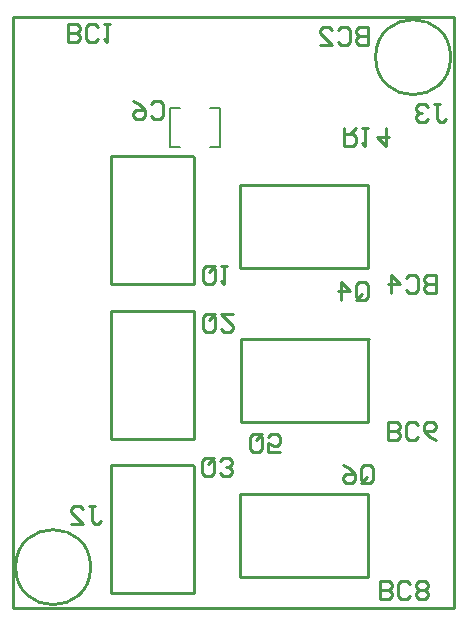
<source format=gbo>
G04 Layer_Color=32896*
%FSAX24Y24*%
%MOIN*%
G70*
G01*
G75*
%ADD16C,0.0100*%
%ADD43C,0.0060*%
D16*
X002750Y001500D02*
G03*
X002750Y001500I-001250J000000D01*
G01*
X014750Y018500D02*
G03*
X014750Y018500I-001250J000000D01*
G01*
X003422Y010941D02*
Y015193D01*
X006178D01*
X006200Y010938D02*
Y015188D01*
X003422Y010941D02*
X006178D01*
X003422Y005788D02*
Y010040D01*
X006178D01*
X006200Y005786D02*
Y010036D01*
X003422Y005788D02*
X006178D01*
X003422Y000641D02*
Y004893D01*
X006178D01*
X006200Y000638D02*
Y004888D01*
X003422Y000641D02*
X006178D01*
X007746Y011472D02*
X011998D01*
X007746D02*
Y014228D01*
X007750Y014250D02*
X012000D01*
X011998Y011472D02*
Y014228D01*
X007760Y006322D02*
X012012D01*
X007760D02*
Y009078D01*
X007764Y009100D02*
X012014D01*
X012012Y006322D02*
Y009078D01*
X007746Y001172D02*
X011998D01*
X007746D02*
Y003928D01*
X007750Y003950D02*
X012000D01*
X011998Y001172D02*
Y003928D01*
X014850Y000150D02*
Y019850D01*
X000150Y000150D02*
X014850D01*
X000150D02*
Y019850D01*
X014850D01*
X014200Y016950D02*
X014400D01*
X014300D01*
Y016450D01*
X014400Y016350D01*
X014500D01*
X014600Y016450D01*
X014000Y016850D02*
X013900Y016950D01*
X013700D01*
X013600Y016850D01*
Y016750D01*
X013700Y016650D01*
X013800D01*
X013700D01*
X013600Y016550D01*
Y016450D01*
X013700Y016350D01*
X013900D01*
X014000Y016450D01*
X002700Y003550D02*
X002900D01*
X002800D01*
Y003050D01*
X002900Y002950D01*
X003000D01*
X003100Y003050D01*
X002100Y002950D02*
X002500D01*
X002100Y003350D01*
Y003450D01*
X002200Y003550D01*
X002400D01*
X002500Y003450D01*
X011200Y016150D02*
Y015550D01*
X011500D01*
X011600Y015650D01*
Y015850D01*
X011500Y015950D01*
X011200D01*
X011400D02*
X011600Y016150D01*
X011800D02*
X012000D01*
X011900D01*
Y015550D01*
X011800Y015650D01*
X012600Y016150D02*
Y015550D01*
X012300Y015850D01*
X012700D01*
X014250Y011250D02*
Y010650D01*
X013950D01*
X013850Y010750D01*
Y010850D01*
X013950Y010950D01*
X014250D01*
X013950D01*
X013850Y011050D01*
Y011150D01*
X013950Y011250D01*
X014250D01*
X013250Y011150D02*
X013350Y011250D01*
X013550D01*
X013650Y011150D01*
Y010750D01*
X013550Y010650D01*
X013350D01*
X013250Y010750D01*
X012750Y010650D02*
Y011250D01*
X013050Y010950D01*
X012651D01*
X012000Y019500D02*
Y018900D01*
X011700D01*
X011600Y019000D01*
Y019100D01*
X011700Y019200D01*
X012000D01*
X011700D01*
X011600Y019300D01*
Y019400D01*
X011700Y019500D01*
X012000D01*
X011000Y019400D02*
X011100Y019500D01*
X011300D01*
X011400Y019400D01*
Y019000D01*
X011300Y018900D01*
X011100D01*
X011000Y019000D01*
X010401Y018900D02*
X010800D01*
X010401Y019300D01*
Y019400D01*
X010500Y019500D01*
X010700D01*
X010800Y019400D01*
X002000Y019000D02*
Y019600D01*
X002300D01*
X002400Y019500D01*
Y019400D01*
X002300Y019300D01*
X002000D01*
X002300D01*
X002400Y019200D01*
Y019100D01*
X002300Y019000D01*
X002000D01*
X003000Y019100D02*
X002900Y019000D01*
X002700D01*
X002600Y019100D01*
Y019500D01*
X002700Y019600D01*
X002900D01*
X003000Y019500D01*
X003200Y019600D02*
X003400D01*
X003300D01*
Y019000D01*
X003200Y019100D01*
X011750Y004400D02*
Y004800D01*
X011850Y004900D01*
X012050D01*
X012150Y004800D01*
Y004400D01*
X012050Y004300D01*
X011850D01*
X011950Y004500D02*
X011750Y004300D01*
X011850D02*
X011750Y004400D01*
X011150Y004900D02*
X011350Y004800D01*
X011550Y004600D01*
Y004400D01*
X011450Y004300D01*
X011250D01*
X011150Y004400D01*
Y004500D01*
X011250Y004600D01*
X011550D01*
X008450Y005850D02*
Y005450D01*
X008350Y005350D01*
X008150D01*
X008050Y005450D01*
Y005850D01*
X008150Y005950D01*
X008350D01*
X008250Y005750D02*
X008450Y005950D01*
X008350D02*
X008450Y005850D01*
X009050Y005350D02*
X008650D01*
Y005650D01*
X008850Y005550D01*
X008950D01*
X009050Y005650D01*
Y005850D01*
X008950Y005950D01*
X008750D01*
X008650Y005850D01*
X011600Y010500D02*
Y010900D01*
X011700Y011000D01*
X011900D01*
X012000Y010900D01*
Y010500D01*
X011900Y010400D01*
X011700D01*
X011800Y010600D02*
X011600Y010400D01*
X011700D02*
X011600Y010500D01*
X011100Y010400D02*
Y011000D01*
X011400Y010700D01*
X011000D01*
X006850Y005050D02*
Y004650D01*
X006750Y004550D01*
X006550D01*
X006450Y004650D01*
Y005050D01*
X006550Y005150D01*
X006750D01*
X006650Y004950D02*
X006850Y005150D01*
X006750D02*
X006850Y005050D01*
X007050Y004650D02*
X007150Y004550D01*
X007350D01*
X007450Y004650D01*
Y004750D01*
X007350Y004850D01*
X007250D01*
X007350D01*
X007450Y004950D01*
Y005050D01*
X007350Y005150D01*
X007150D01*
X007050Y005050D01*
X006900Y009850D02*
Y009450D01*
X006800Y009350D01*
X006600D01*
X006500Y009450D01*
Y009850D01*
X006600Y009950D01*
X006800D01*
X006700Y009750D02*
X006900Y009950D01*
X006800D02*
X006900Y009850D01*
X007500Y009950D02*
X007100D01*
X007500Y009550D01*
Y009450D01*
X007400Y009350D01*
X007200D01*
X007100Y009450D01*
X006900Y011450D02*
Y011050D01*
X006800Y010950D01*
X006600D01*
X006500Y011050D01*
Y011450D01*
X006600Y011550D01*
X006800D01*
X006700Y011350D02*
X006900Y011550D01*
X006800D02*
X006900Y011450D01*
X007100Y011550D02*
X007300D01*
X007200D01*
Y010950D01*
X007100Y011050D01*
X012650Y005750D02*
Y006350D01*
X012950D01*
X013050Y006250D01*
Y006150D01*
X012950Y006050D01*
X012650D01*
X012950D01*
X013050Y005950D01*
Y005850D01*
X012950Y005750D01*
X012650D01*
X013650Y005850D02*
X013550Y005750D01*
X013350D01*
X013250Y005850D01*
Y006250D01*
X013350Y006350D01*
X013550D01*
X013650Y006250D01*
X014249Y005750D02*
X014050Y005850D01*
X013850Y006050D01*
Y006250D01*
X013950Y006350D01*
X014150D01*
X014249Y006250D01*
Y006150D01*
X014150Y006050D01*
X013850D01*
X012400Y000450D02*
Y001050D01*
X012700D01*
X012800Y000950D01*
Y000850D01*
X012700Y000750D01*
X012400D01*
X012700D01*
X012800Y000650D01*
Y000550D01*
X012700Y000450D01*
X012400D01*
X013400Y000550D02*
X013300Y000450D01*
X013100D01*
X013000Y000550D01*
Y000950D01*
X013100Y001050D01*
X013300D01*
X013400Y000950D01*
X013600Y000550D02*
X013700Y000450D01*
X013900D01*
X013999Y000550D01*
Y000650D01*
X013900Y000750D01*
X013999Y000850D01*
Y000950D01*
X013900Y001050D01*
X013700D01*
X013600Y000950D01*
Y000850D01*
X013700Y000750D01*
X013600Y000650D01*
Y000550D01*
X013700Y000750D02*
X013900D01*
X004750Y016950D02*
X004850Y017050D01*
X005050D01*
X005150Y016950D01*
Y016550D01*
X005050Y016450D01*
X004850D01*
X004750Y016550D01*
X004150Y017050D02*
X004350Y016950D01*
X004550Y016750D01*
Y016550D01*
X004450Y016450D01*
X004250D01*
X004150Y016550D01*
Y016650D01*
X004250Y016750D01*
X004550D01*
D43*
X006721Y015496D02*
X007056D01*
X005402Y015489D02*
X005737D01*
X005402D02*
Y016811D01*
X005737D01*
X007056Y015496D02*
Y016807D01*
X007052Y016811D02*
X007056Y016807D01*
X006721Y016811D02*
X007052D01*
M02*

</source>
